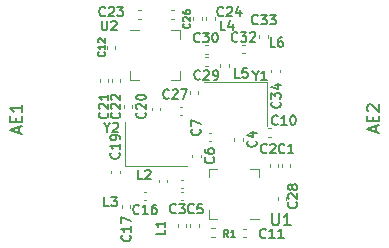
<source format=gbr>
%TF.GenerationSoftware,KiCad,Pcbnew,6.0.7-f9a2dced07~116~ubuntu20.04.1*%
%TF.CreationDate,2022-09-18T16:57:55+02:00*%
%TF.ProjectId,SRRReceiver,53525252-6563-4656-9976-65722e6b6963,rev?*%
%TF.SameCoordinates,Original*%
%TF.FileFunction,Legend,Top*%
%TF.FilePolarity,Positive*%
%FSLAX46Y46*%
G04 Gerber Fmt 4.6, Leading zero omitted, Abs format (unit mm)*
G04 Created by KiCad (PCBNEW 6.0.7-f9a2dced07~116~ubuntu20.04.1) date 2022-09-18 16:57:55*
%MOMM*%
%LPD*%
G01*
G04 APERTURE LIST*
%ADD10C,0.150000*%
%ADD11C,0.120000*%
G04 APERTURE END LIST*
D10*
%TO.C,C5*%
X124166666Y-97185714D02*
X124128571Y-97223809D01*
X124014285Y-97261904D01*
X123938095Y-97261904D01*
X123823809Y-97223809D01*
X123747619Y-97147619D01*
X123709523Y-97071428D01*
X123671428Y-96919047D01*
X123671428Y-96804761D01*
X123709523Y-96652380D01*
X123747619Y-96576190D01*
X123823809Y-96500000D01*
X123938095Y-96461904D01*
X124014285Y-96461904D01*
X124128571Y-96500000D01*
X124166666Y-96538095D01*
X124890476Y-96461904D02*
X124509523Y-96461904D01*
X124471428Y-96842857D01*
X124509523Y-96804761D01*
X124585714Y-96766666D01*
X124776190Y-96766666D01*
X124852380Y-96804761D01*
X124890476Y-96842857D01*
X124928571Y-96919047D01*
X124928571Y-97109523D01*
X124890476Y-97185714D01*
X124852380Y-97223809D01*
X124776190Y-97261904D01*
X124585714Y-97261904D01*
X124509523Y-97223809D01*
X124471428Y-97185714D01*
%TO.C,C6*%
X125845714Y-92521487D02*
X125883809Y-92559582D01*
X125921904Y-92673868D01*
X125921904Y-92750058D01*
X125883809Y-92864344D01*
X125807619Y-92940534D01*
X125731428Y-92978630D01*
X125579047Y-93016725D01*
X125464761Y-93016725D01*
X125312380Y-92978630D01*
X125236190Y-92940534D01*
X125160000Y-92864344D01*
X125121904Y-92750058D01*
X125121904Y-92673868D01*
X125160000Y-92559582D01*
X125198095Y-92521487D01*
X125121904Y-91835773D02*
X125121904Y-91988154D01*
X125160000Y-92064344D01*
X125198095Y-92102439D01*
X125312380Y-92178630D01*
X125464761Y-92216725D01*
X125769523Y-92216725D01*
X125845714Y-92178630D01*
X125883809Y-92140534D01*
X125921904Y-92064344D01*
X125921904Y-91911963D01*
X125883809Y-91835773D01*
X125845714Y-91797677D01*
X125769523Y-91759582D01*
X125579047Y-91759582D01*
X125502857Y-91797677D01*
X125464761Y-91835773D01*
X125426666Y-91911963D01*
X125426666Y-92064344D01*
X125464761Y-92140534D01*
X125502857Y-92178630D01*
X125579047Y-92216725D01*
%TO.C,C7*%
X124685714Y-90133333D02*
X124723809Y-90171428D01*
X124761904Y-90285714D01*
X124761904Y-90361904D01*
X124723809Y-90476190D01*
X124647619Y-90552380D01*
X124571428Y-90590476D01*
X124419047Y-90628571D01*
X124304761Y-90628571D01*
X124152380Y-90590476D01*
X124076190Y-90552380D01*
X124000000Y-90476190D01*
X123961904Y-90361904D01*
X123961904Y-90285714D01*
X124000000Y-90171428D01*
X124038095Y-90133333D01*
X123961904Y-89866666D02*
X123961904Y-89333333D01*
X124761904Y-89676190D01*
%TO.C,C32*%
X127885714Y-82635714D02*
X127847619Y-82673809D01*
X127733333Y-82711904D01*
X127657142Y-82711904D01*
X127542857Y-82673809D01*
X127466666Y-82597619D01*
X127428571Y-82521428D01*
X127390476Y-82369047D01*
X127390476Y-82254761D01*
X127428571Y-82102380D01*
X127466666Y-82026190D01*
X127542857Y-81950000D01*
X127657142Y-81911904D01*
X127733333Y-81911904D01*
X127847619Y-81950000D01*
X127885714Y-81988095D01*
X128152380Y-81911904D02*
X128647619Y-81911904D01*
X128380952Y-82216666D01*
X128495238Y-82216666D01*
X128571428Y-82254761D01*
X128609523Y-82292857D01*
X128647619Y-82369047D01*
X128647619Y-82559523D01*
X128609523Y-82635714D01*
X128571428Y-82673809D01*
X128495238Y-82711904D01*
X128266666Y-82711904D01*
X128190476Y-82673809D01*
X128152380Y-82635714D01*
X128952380Y-81988095D02*
X128990476Y-81950000D01*
X129066666Y-81911904D01*
X129257142Y-81911904D01*
X129333333Y-81950000D01*
X129371428Y-81988095D01*
X129409523Y-82064285D01*
X129409523Y-82140476D01*
X129371428Y-82254761D01*
X128914285Y-82711904D01*
X129409523Y-82711904D01*
%TO.C,L6*%
X131066666Y-83161904D02*
X130685714Y-83161904D01*
X130685714Y-82361904D01*
X131676190Y-82361904D02*
X131523809Y-82361904D01*
X131447619Y-82400000D01*
X131409523Y-82438095D01*
X131333333Y-82552380D01*
X131295238Y-82704761D01*
X131295238Y-83009523D01*
X131333333Y-83085714D01*
X131371428Y-83123809D01*
X131447619Y-83161904D01*
X131600000Y-83161904D01*
X131676190Y-83123809D01*
X131714285Y-83085714D01*
X131752380Y-83009523D01*
X131752380Y-82819047D01*
X131714285Y-82742857D01*
X131676190Y-82704761D01*
X131600000Y-82666666D01*
X131447619Y-82666666D01*
X131371428Y-82704761D01*
X131333333Y-82742857D01*
X131295238Y-82819047D01*
%TO.C,L5*%
X128066666Y-85761904D02*
X127685714Y-85761904D01*
X127685714Y-84961904D01*
X128714285Y-84961904D02*
X128333333Y-84961904D01*
X128295238Y-85342857D01*
X128333333Y-85304761D01*
X128409523Y-85266666D01*
X128600000Y-85266666D01*
X128676190Y-85304761D01*
X128714285Y-85342857D01*
X128752380Y-85419047D01*
X128752380Y-85609523D01*
X128714285Y-85685714D01*
X128676190Y-85723809D01*
X128600000Y-85761904D01*
X128409523Y-85761904D01*
X128333333Y-85723809D01*
X128295238Y-85685714D01*
%TO.C,AE2*%
X139576666Y-90366666D02*
X139576666Y-89890476D01*
X139862380Y-90461904D02*
X138862380Y-90128571D01*
X139862380Y-89795238D01*
X139338571Y-89461904D02*
X139338571Y-89128571D01*
X139862380Y-88985714D02*
X139862380Y-89461904D01*
X138862380Y-89461904D01*
X138862380Y-88985714D01*
X138957619Y-88604761D02*
X138910000Y-88557142D01*
X138862380Y-88461904D01*
X138862380Y-88223809D01*
X138910000Y-88128571D01*
X138957619Y-88080952D01*
X139052857Y-88033333D01*
X139148095Y-88033333D01*
X139290952Y-88080952D01*
X139862380Y-88652380D01*
X139862380Y-88033333D01*
%TO.C,U2*%
X116390476Y-80961904D02*
X116390476Y-81609523D01*
X116428571Y-81685714D01*
X116466666Y-81723809D01*
X116542857Y-81761904D01*
X116695238Y-81761904D01*
X116771428Y-81723809D01*
X116809523Y-81685714D01*
X116847619Y-81609523D01*
X116847619Y-80961904D01*
X117190476Y-81038095D02*
X117228571Y-81000000D01*
X117304761Y-80961904D01*
X117495238Y-80961904D01*
X117571428Y-81000000D01*
X117609523Y-81038095D01*
X117647619Y-81114285D01*
X117647619Y-81190476D01*
X117609523Y-81304761D01*
X117152380Y-81761904D01*
X117647619Y-81761904D01*
%TO.C,C33*%
X129585714Y-81185714D02*
X129547619Y-81223809D01*
X129433333Y-81261904D01*
X129357142Y-81261904D01*
X129242857Y-81223809D01*
X129166666Y-81147619D01*
X129128571Y-81071428D01*
X129090476Y-80919047D01*
X129090476Y-80804761D01*
X129128571Y-80652380D01*
X129166666Y-80576190D01*
X129242857Y-80500000D01*
X129357142Y-80461904D01*
X129433333Y-80461904D01*
X129547619Y-80500000D01*
X129585714Y-80538095D01*
X129852380Y-80461904D02*
X130347619Y-80461904D01*
X130080952Y-80766666D01*
X130195238Y-80766666D01*
X130271428Y-80804761D01*
X130309523Y-80842857D01*
X130347619Y-80919047D01*
X130347619Y-81109523D01*
X130309523Y-81185714D01*
X130271428Y-81223809D01*
X130195238Y-81261904D01*
X129966666Y-81261904D01*
X129890476Y-81223809D01*
X129852380Y-81185714D01*
X130614285Y-80461904D02*
X131109523Y-80461904D01*
X130842857Y-80766666D01*
X130957142Y-80766666D01*
X131033333Y-80804761D01*
X131071428Y-80842857D01*
X131109523Y-80919047D01*
X131109523Y-81109523D01*
X131071428Y-81185714D01*
X131033333Y-81223809D01*
X130957142Y-81261904D01*
X130728571Y-81261904D01*
X130652380Y-81223809D01*
X130614285Y-81185714D01*
%TO.C,C2*%
X130366666Y-92085714D02*
X130328571Y-92123809D01*
X130214285Y-92161904D01*
X130138095Y-92161904D01*
X130023809Y-92123809D01*
X129947619Y-92047619D01*
X129909523Y-91971428D01*
X129871428Y-91819047D01*
X129871428Y-91704761D01*
X129909523Y-91552380D01*
X129947619Y-91476190D01*
X130023809Y-91400000D01*
X130138095Y-91361904D01*
X130214285Y-91361904D01*
X130328571Y-91400000D01*
X130366666Y-91438095D01*
X130671428Y-91438095D02*
X130709523Y-91400000D01*
X130785714Y-91361904D01*
X130976190Y-91361904D01*
X131052380Y-91400000D01*
X131090476Y-91438095D01*
X131128571Y-91514285D01*
X131128571Y-91590476D01*
X131090476Y-91704761D01*
X130633333Y-92161904D01*
X131128571Y-92161904D01*
%TO.C,C28*%
X132885714Y-96314285D02*
X132923809Y-96352380D01*
X132961904Y-96466666D01*
X132961904Y-96542857D01*
X132923809Y-96657142D01*
X132847619Y-96733333D01*
X132771428Y-96771428D01*
X132619047Y-96809523D01*
X132504761Y-96809523D01*
X132352380Y-96771428D01*
X132276190Y-96733333D01*
X132200000Y-96657142D01*
X132161904Y-96542857D01*
X132161904Y-96466666D01*
X132200000Y-96352380D01*
X132238095Y-96314285D01*
X132238095Y-96009523D02*
X132200000Y-95971428D01*
X132161904Y-95895238D01*
X132161904Y-95704761D01*
X132200000Y-95628571D01*
X132238095Y-95590476D01*
X132314285Y-95552380D01*
X132390476Y-95552380D01*
X132504761Y-95590476D01*
X132961904Y-96047619D01*
X132961904Y-95552380D01*
X132504761Y-95095238D02*
X132466666Y-95171428D01*
X132428571Y-95209523D01*
X132352380Y-95247619D01*
X132314285Y-95247619D01*
X132238095Y-95209523D01*
X132200000Y-95171428D01*
X132161904Y-95095238D01*
X132161904Y-94942857D01*
X132200000Y-94866666D01*
X132238095Y-94828571D01*
X132314285Y-94790476D01*
X132352380Y-94790476D01*
X132428571Y-94828571D01*
X132466666Y-94866666D01*
X132504761Y-94942857D01*
X132504761Y-95095238D01*
X132542857Y-95171428D01*
X132580952Y-95209523D01*
X132657142Y-95247619D01*
X132809523Y-95247619D01*
X132885714Y-95209523D01*
X132923809Y-95171428D01*
X132961904Y-95095238D01*
X132961904Y-94942857D01*
X132923809Y-94866666D01*
X132885714Y-94828571D01*
X132809523Y-94790476D01*
X132657142Y-94790476D01*
X132580952Y-94828571D01*
X132542857Y-94866666D01*
X132504761Y-94942857D01*
%TO.C,U1*%
X130838095Y-97252380D02*
X130838095Y-98061904D01*
X130885714Y-98157142D01*
X130933333Y-98204761D01*
X131028571Y-98252380D01*
X131219047Y-98252380D01*
X131314285Y-98204761D01*
X131361904Y-98157142D01*
X131409523Y-98061904D01*
X131409523Y-97252380D01*
X132409523Y-98252380D02*
X131838095Y-98252380D01*
X132123809Y-98252380D02*
X132123809Y-97252380D01*
X132028571Y-97395238D01*
X131933333Y-97490476D01*
X131838095Y-97538095D01*
%TO.C,L2*%
X119857916Y-94361904D02*
X119476964Y-94361904D01*
X119476964Y-93561904D01*
X120086488Y-93638095D02*
X120124583Y-93600000D01*
X120200773Y-93561904D01*
X120391250Y-93561904D01*
X120467440Y-93600000D01*
X120505535Y-93638095D01*
X120543630Y-93714285D01*
X120543630Y-93790476D01*
X120505535Y-93904761D01*
X120048392Y-94361904D01*
X120543630Y-94361904D01*
%TO.C,C21*%
X116885714Y-88714285D02*
X116923809Y-88752380D01*
X116961904Y-88866666D01*
X116961904Y-88942857D01*
X116923809Y-89057142D01*
X116847619Y-89133333D01*
X116771428Y-89171428D01*
X116619047Y-89209523D01*
X116504761Y-89209523D01*
X116352380Y-89171428D01*
X116276190Y-89133333D01*
X116200000Y-89057142D01*
X116161904Y-88942857D01*
X116161904Y-88866666D01*
X116200000Y-88752380D01*
X116238095Y-88714285D01*
X116238095Y-88409523D02*
X116200000Y-88371428D01*
X116161904Y-88295238D01*
X116161904Y-88104761D01*
X116200000Y-88028571D01*
X116238095Y-87990476D01*
X116314285Y-87952380D01*
X116390476Y-87952380D01*
X116504761Y-87990476D01*
X116961904Y-88447619D01*
X116961904Y-87952380D01*
X116961904Y-87190476D02*
X116961904Y-87647619D01*
X116961904Y-87419047D02*
X116161904Y-87419047D01*
X116276190Y-87495238D01*
X116352380Y-87571428D01*
X116390476Y-87647619D01*
%TO.C,C24*%
X126685714Y-80485714D02*
X126647619Y-80523809D01*
X126533333Y-80561904D01*
X126457142Y-80561904D01*
X126342857Y-80523809D01*
X126266666Y-80447619D01*
X126228571Y-80371428D01*
X126190476Y-80219047D01*
X126190476Y-80104761D01*
X126228571Y-79952380D01*
X126266666Y-79876190D01*
X126342857Y-79800000D01*
X126457142Y-79761904D01*
X126533333Y-79761904D01*
X126647619Y-79800000D01*
X126685714Y-79838095D01*
X126990476Y-79838095D02*
X127028571Y-79800000D01*
X127104761Y-79761904D01*
X127295238Y-79761904D01*
X127371428Y-79800000D01*
X127409523Y-79838095D01*
X127447619Y-79914285D01*
X127447619Y-79990476D01*
X127409523Y-80104761D01*
X126952380Y-80561904D01*
X127447619Y-80561904D01*
X128133333Y-80028571D02*
X128133333Y-80561904D01*
X127942857Y-79723809D02*
X127752380Y-80295238D01*
X128247619Y-80295238D01*
%TO.C,C20*%
X120045714Y-88714285D02*
X120083809Y-88752380D01*
X120121904Y-88866666D01*
X120121904Y-88942857D01*
X120083809Y-89057142D01*
X120007619Y-89133333D01*
X119931428Y-89171428D01*
X119779047Y-89209523D01*
X119664761Y-89209523D01*
X119512380Y-89171428D01*
X119436190Y-89133333D01*
X119360000Y-89057142D01*
X119321904Y-88942857D01*
X119321904Y-88866666D01*
X119360000Y-88752380D01*
X119398095Y-88714285D01*
X119398095Y-88409523D02*
X119360000Y-88371428D01*
X119321904Y-88295238D01*
X119321904Y-88104761D01*
X119360000Y-88028571D01*
X119398095Y-87990476D01*
X119474285Y-87952380D01*
X119550476Y-87952380D01*
X119664761Y-87990476D01*
X120121904Y-88447619D01*
X120121904Y-87952380D01*
X119321904Y-87457142D02*
X119321904Y-87380952D01*
X119360000Y-87304761D01*
X119398095Y-87266666D01*
X119474285Y-87228571D01*
X119626666Y-87190476D01*
X119817142Y-87190476D01*
X119969523Y-87228571D01*
X120045714Y-87266666D01*
X120083809Y-87304761D01*
X120121904Y-87380952D01*
X120121904Y-87457142D01*
X120083809Y-87533333D01*
X120045714Y-87571428D01*
X119969523Y-87609523D01*
X119817142Y-87647619D01*
X119626666Y-87647619D01*
X119474285Y-87609523D01*
X119398095Y-87571428D01*
X119360000Y-87533333D01*
X119321904Y-87457142D01*
%TO.C,C19*%
X117835714Y-92114285D02*
X117873809Y-92152380D01*
X117911904Y-92266666D01*
X117911904Y-92342857D01*
X117873809Y-92457142D01*
X117797619Y-92533333D01*
X117721428Y-92571428D01*
X117569047Y-92609523D01*
X117454761Y-92609523D01*
X117302380Y-92571428D01*
X117226190Y-92533333D01*
X117150000Y-92457142D01*
X117111904Y-92342857D01*
X117111904Y-92266666D01*
X117150000Y-92152380D01*
X117188095Y-92114285D01*
X117911904Y-91352380D02*
X117911904Y-91809523D01*
X117911904Y-91580952D02*
X117111904Y-91580952D01*
X117226190Y-91657142D01*
X117302380Y-91733333D01*
X117340476Y-91809523D01*
X117911904Y-90971428D02*
X117911904Y-90819047D01*
X117873809Y-90742857D01*
X117835714Y-90704761D01*
X117721428Y-90628571D01*
X117569047Y-90590476D01*
X117264285Y-90590476D01*
X117188095Y-90628571D01*
X117150000Y-90666666D01*
X117111904Y-90742857D01*
X117111904Y-90895238D01*
X117150000Y-90971428D01*
X117188095Y-91009523D01*
X117264285Y-91047619D01*
X117454761Y-91047619D01*
X117530952Y-91009523D01*
X117569047Y-90971428D01*
X117607142Y-90895238D01*
X117607142Y-90742857D01*
X117569047Y-90666666D01*
X117530952Y-90628571D01*
X117454761Y-90590476D01*
%TO.C,C1*%
X131866666Y-92085714D02*
X131828571Y-92123809D01*
X131714285Y-92161904D01*
X131638095Y-92161904D01*
X131523809Y-92123809D01*
X131447619Y-92047619D01*
X131409523Y-91971428D01*
X131371428Y-91819047D01*
X131371428Y-91704761D01*
X131409523Y-91552380D01*
X131447619Y-91476190D01*
X131523809Y-91400000D01*
X131638095Y-91361904D01*
X131714285Y-91361904D01*
X131828571Y-91400000D01*
X131866666Y-91438095D01*
X132628571Y-92161904D02*
X132171428Y-92161904D01*
X132400000Y-92161904D02*
X132400000Y-91361904D01*
X132323809Y-91476190D01*
X132247619Y-91552380D01*
X132171428Y-91590476D01*
%TO.C,C12*%
X116614285Y-83585714D02*
X116642857Y-83614285D01*
X116671428Y-83700000D01*
X116671428Y-83757142D01*
X116642857Y-83842857D01*
X116585714Y-83900000D01*
X116528571Y-83928571D01*
X116414285Y-83957142D01*
X116328571Y-83957142D01*
X116214285Y-83928571D01*
X116157142Y-83900000D01*
X116100000Y-83842857D01*
X116071428Y-83757142D01*
X116071428Y-83700000D01*
X116100000Y-83614285D01*
X116128571Y-83585714D01*
X116671428Y-83014285D02*
X116671428Y-83357142D01*
X116671428Y-83185714D02*
X116071428Y-83185714D01*
X116157142Y-83242857D01*
X116214285Y-83300000D01*
X116242857Y-83357142D01*
X116128571Y-82785714D02*
X116100000Y-82757142D01*
X116071428Y-82700000D01*
X116071428Y-82557142D01*
X116100000Y-82500000D01*
X116128571Y-82471428D01*
X116185714Y-82442857D01*
X116242857Y-82442857D01*
X116328571Y-82471428D01*
X116671428Y-82814285D01*
X116671428Y-82442857D01*
%TO.C,C11*%
X130285714Y-99273214D02*
X130247619Y-99311309D01*
X130133333Y-99349404D01*
X130057142Y-99349404D01*
X129942857Y-99311309D01*
X129866666Y-99235119D01*
X129828571Y-99158928D01*
X129790476Y-99006547D01*
X129790476Y-98892261D01*
X129828571Y-98739880D01*
X129866666Y-98663690D01*
X129942857Y-98587500D01*
X130057142Y-98549404D01*
X130133333Y-98549404D01*
X130247619Y-98587500D01*
X130285714Y-98625595D01*
X131047619Y-99349404D02*
X130590476Y-99349404D01*
X130819047Y-99349404D02*
X130819047Y-98549404D01*
X130742857Y-98663690D01*
X130666666Y-98739880D01*
X130590476Y-98777976D01*
X131809523Y-99349404D02*
X131352380Y-99349404D01*
X131580952Y-99349404D02*
X131580952Y-98549404D01*
X131504761Y-98663690D01*
X131428571Y-98739880D01*
X131352380Y-98777976D01*
%TO.C,C27*%
X122085714Y-87485714D02*
X122047619Y-87523809D01*
X121933333Y-87561904D01*
X121857142Y-87561904D01*
X121742857Y-87523809D01*
X121666666Y-87447619D01*
X121628571Y-87371428D01*
X121590476Y-87219047D01*
X121590476Y-87104761D01*
X121628571Y-86952380D01*
X121666666Y-86876190D01*
X121742857Y-86800000D01*
X121857142Y-86761904D01*
X121933333Y-86761904D01*
X122047619Y-86800000D01*
X122085714Y-86838095D01*
X122390476Y-86838095D02*
X122428571Y-86800000D01*
X122504761Y-86761904D01*
X122695238Y-86761904D01*
X122771428Y-86800000D01*
X122809523Y-86838095D01*
X122847619Y-86914285D01*
X122847619Y-86990476D01*
X122809523Y-87104761D01*
X122352380Y-87561904D01*
X122847619Y-87561904D01*
X123114285Y-86761904D02*
X123647619Y-86761904D01*
X123304761Y-87561904D01*
%TO.C,C3*%
X122666666Y-97185714D02*
X122628571Y-97223809D01*
X122514285Y-97261904D01*
X122438095Y-97261904D01*
X122323809Y-97223809D01*
X122247619Y-97147619D01*
X122209523Y-97071428D01*
X122171428Y-96919047D01*
X122171428Y-96804761D01*
X122209523Y-96652380D01*
X122247619Y-96576190D01*
X122323809Y-96500000D01*
X122438095Y-96461904D01*
X122514285Y-96461904D01*
X122628571Y-96500000D01*
X122666666Y-96538095D01*
X122933333Y-96461904D02*
X123428571Y-96461904D01*
X123161904Y-96766666D01*
X123276190Y-96766666D01*
X123352380Y-96804761D01*
X123390476Y-96842857D01*
X123428571Y-96919047D01*
X123428571Y-97109523D01*
X123390476Y-97185714D01*
X123352380Y-97223809D01*
X123276190Y-97261904D01*
X123047619Y-97261904D01*
X122971428Y-97223809D01*
X122933333Y-97185714D01*
%TO.C,C10*%
X131285714Y-89685714D02*
X131247619Y-89723809D01*
X131133333Y-89761904D01*
X131057142Y-89761904D01*
X130942857Y-89723809D01*
X130866666Y-89647619D01*
X130828571Y-89571428D01*
X130790476Y-89419047D01*
X130790476Y-89304761D01*
X130828571Y-89152380D01*
X130866666Y-89076190D01*
X130942857Y-89000000D01*
X131057142Y-88961904D01*
X131133333Y-88961904D01*
X131247619Y-89000000D01*
X131285714Y-89038095D01*
X132047619Y-89761904D02*
X131590476Y-89761904D01*
X131819047Y-89761904D02*
X131819047Y-88961904D01*
X131742857Y-89076190D01*
X131666666Y-89152380D01*
X131590476Y-89190476D01*
X132542857Y-88961904D02*
X132619047Y-88961904D01*
X132695238Y-89000000D01*
X132733333Y-89038095D01*
X132771428Y-89114285D01*
X132809523Y-89266666D01*
X132809523Y-89457142D01*
X132771428Y-89609523D01*
X132733333Y-89685714D01*
X132695238Y-89723809D01*
X132619047Y-89761904D01*
X132542857Y-89761904D01*
X132466666Y-89723809D01*
X132428571Y-89685714D01*
X132390476Y-89609523D01*
X132352380Y-89457142D01*
X132352380Y-89266666D01*
X132390476Y-89114285D01*
X132428571Y-89038095D01*
X132466666Y-89000000D01*
X132542857Y-88961904D01*
%TO.C,C29*%
X124735714Y-85845714D02*
X124697619Y-85883809D01*
X124583333Y-85921904D01*
X124507142Y-85921904D01*
X124392857Y-85883809D01*
X124316666Y-85807619D01*
X124278571Y-85731428D01*
X124240476Y-85579047D01*
X124240476Y-85464761D01*
X124278571Y-85312380D01*
X124316666Y-85236190D01*
X124392857Y-85160000D01*
X124507142Y-85121904D01*
X124583333Y-85121904D01*
X124697619Y-85160000D01*
X124735714Y-85198095D01*
X125040476Y-85198095D02*
X125078571Y-85160000D01*
X125154761Y-85121904D01*
X125345238Y-85121904D01*
X125421428Y-85160000D01*
X125459523Y-85198095D01*
X125497619Y-85274285D01*
X125497619Y-85350476D01*
X125459523Y-85464761D01*
X125002380Y-85921904D01*
X125497619Y-85921904D01*
X125878571Y-85921904D02*
X126030952Y-85921904D01*
X126107142Y-85883809D01*
X126145238Y-85845714D01*
X126221428Y-85731428D01*
X126259523Y-85579047D01*
X126259523Y-85274285D01*
X126221428Y-85198095D01*
X126183333Y-85160000D01*
X126107142Y-85121904D01*
X125954761Y-85121904D01*
X125878571Y-85160000D01*
X125840476Y-85198095D01*
X125802380Y-85274285D01*
X125802380Y-85464761D01*
X125840476Y-85540952D01*
X125878571Y-85579047D01*
X125954761Y-85617142D01*
X126107142Y-85617142D01*
X126183333Y-85579047D01*
X126221428Y-85540952D01*
X126259523Y-85464761D01*
%TO.C,C4*%
X129424464Y-91121487D02*
X129462559Y-91159582D01*
X129500654Y-91273868D01*
X129500654Y-91350058D01*
X129462559Y-91464344D01*
X129386369Y-91540534D01*
X129310178Y-91578630D01*
X129157797Y-91616725D01*
X129043511Y-91616725D01*
X128891130Y-91578630D01*
X128814940Y-91540534D01*
X128738750Y-91464344D01*
X128700654Y-91350058D01*
X128700654Y-91273868D01*
X128738750Y-91159582D01*
X128776845Y-91121487D01*
X128967321Y-90435773D02*
X129500654Y-90435773D01*
X128662559Y-90626249D02*
X129233988Y-90816725D01*
X129233988Y-90321487D01*
%TO.C,C16*%
X119544464Y-97245714D02*
X119506369Y-97283809D01*
X119392083Y-97321904D01*
X119315892Y-97321904D01*
X119201607Y-97283809D01*
X119125416Y-97207619D01*
X119087321Y-97131428D01*
X119049226Y-96979047D01*
X119049226Y-96864761D01*
X119087321Y-96712380D01*
X119125416Y-96636190D01*
X119201607Y-96560000D01*
X119315892Y-96521904D01*
X119392083Y-96521904D01*
X119506369Y-96560000D01*
X119544464Y-96598095D01*
X120306369Y-97321904D02*
X119849226Y-97321904D01*
X120077797Y-97321904D02*
X120077797Y-96521904D01*
X120001607Y-96636190D01*
X119925416Y-96712380D01*
X119849226Y-96750476D01*
X120992083Y-96521904D02*
X120839702Y-96521904D01*
X120763511Y-96560000D01*
X120725416Y-96598095D01*
X120649226Y-96712380D01*
X120611130Y-96864761D01*
X120611130Y-97169523D01*
X120649226Y-97245714D01*
X120687321Y-97283809D01*
X120763511Y-97321904D01*
X120915892Y-97321904D01*
X120992083Y-97283809D01*
X121030178Y-97245714D01*
X121068273Y-97169523D01*
X121068273Y-96979047D01*
X121030178Y-96902857D01*
X120992083Y-96864761D01*
X120915892Y-96826666D01*
X120763511Y-96826666D01*
X120687321Y-96864761D01*
X120649226Y-96902857D01*
X120611130Y-96979047D01*
%TO.C,L4*%
X126866666Y-81761904D02*
X126485714Y-81761904D01*
X126485714Y-80961904D01*
X127476190Y-81228571D02*
X127476190Y-81761904D01*
X127285714Y-80923809D02*
X127095238Y-81495238D01*
X127590476Y-81495238D01*
%TO.C,C30*%
X124685714Y-82685714D02*
X124647619Y-82723809D01*
X124533333Y-82761904D01*
X124457142Y-82761904D01*
X124342857Y-82723809D01*
X124266666Y-82647619D01*
X124228571Y-82571428D01*
X124190476Y-82419047D01*
X124190476Y-82304761D01*
X124228571Y-82152380D01*
X124266666Y-82076190D01*
X124342857Y-82000000D01*
X124457142Y-81961904D01*
X124533333Y-81961904D01*
X124647619Y-82000000D01*
X124685714Y-82038095D01*
X124952380Y-81961904D02*
X125447619Y-81961904D01*
X125180952Y-82266666D01*
X125295238Y-82266666D01*
X125371428Y-82304761D01*
X125409523Y-82342857D01*
X125447619Y-82419047D01*
X125447619Y-82609523D01*
X125409523Y-82685714D01*
X125371428Y-82723809D01*
X125295238Y-82761904D01*
X125066666Y-82761904D01*
X124990476Y-82723809D01*
X124952380Y-82685714D01*
X125942857Y-81961904D02*
X126019047Y-81961904D01*
X126095238Y-82000000D01*
X126133333Y-82038095D01*
X126171428Y-82114285D01*
X126209523Y-82266666D01*
X126209523Y-82457142D01*
X126171428Y-82609523D01*
X126133333Y-82685714D01*
X126095238Y-82723809D01*
X126019047Y-82761904D01*
X125942857Y-82761904D01*
X125866666Y-82723809D01*
X125828571Y-82685714D01*
X125790476Y-82609523D01*
X125752380Y-82457142D01*
X125752380Y-82266666D01*
X125790476Y-82114285D01*
X125828571Y-82038095D01*
X125866666Y-82000000D01*
X125942857Y-81961904D01*
%TO.C,Y1*%
X129419047Y-85580952D02*
X129419047Y-85961904D01*
X129152380Y-85161904D02*
X129419047Y-85580952D01*
X129685714Y-85161904D01*
X130371428Y-85961904D02*
X129914285Y-85961904D01*
X130142857Y-85961904D02*
X130142857Y-85161904D01*
X130066666Y-85276190D01*
X129990476Y-85352380D01*
X129914285Y-85390476D01*
%TO.C,C23*%
X116685714Y-80485714D02*
X116647619Y-80523809D01*
X116533333Y-80561904D01*
X116457142Y-80561904D01*
X116342857Y-80523809D01*
X116266666Y-80447619D01*
X116228571Y-80371428D01*
X116190476Y-80219047D01*
X116190476Y-80104761D01*
X116228571Y-79952380D01*
X116266666Y-79876190D01*
X116342857Y-79800000D01*
X116457142Y-79761904D01*
X116533333Y-79761904D01*
X116647619Y-79800000D01*
X116685714Y-79838095D01*
X116990476Y-79838095D02*
X117028571Y-79800000D01*
X117104761Y-79761904D01*
X117295238Y-79761904D01*
X117371428Y-79800000D01*
X117409523Y-79838095D01*
X117447619Y-79914285D01*
X117447619Y-79990476D01*
X117409523Y-80104761D01*
X116952380Y-80561904D01*
X117447619Y-80561904D01*
X117714285Y-79761904D02*
X118209523Y-79761904D01*
X117942857Y-80066666D01*
X118057142Y-80066666D01*
X118133333Y-80104761D01*
X118171428Y-80142857D01*
X118209523Y-80219047D01*
X118209523Y-80409523D01*
X118171428Y-80485714D01*
X118133333Y-80523809D01*
X118057142Y-80561904D01*
X117828571Y-80561904D01*
X117752380Y-80523809D01*
X117714285Y-80485714D01*
%TO.C,Y2*%
X116819047Y-89980952D02*
X116819047Y-90361904D01*
X116552380Y-89561904D02*
X116819047Y-89980952D01*
X117085714Y-89561904D01*
X117314285Y-89638095D02*
X117352380Y-89600000D01*
X117428571Y-89561904D01*
X117619047Y-89561904D01*
X117695238Y-89600000D01*
X117733333Y-89638095D01*
X117771428Y-89714285D01*
X117771428Y-89790476D01*
X117733333Y-89904761D01*
X117276190Y-90361904D01*
X117771428Y-90361904D01*
%TO.C,C26*%
X123814285Y-81185714D02*
X123842857Y-81214285D01*
X123871428Y-81300000D01*
X123871428Y-81357142D01*
X123842857Y-81442857D01*
X123785714Y-81500000D01*
X123728571Y-81528571D01*
X123614285Y-81557142D01*
X123528571Y-81557142D01*
X123414285Y-81528571D01*
X123357142Y-81500000D01*
X123300000Y-81442857D01*
X123271428Y-81357142D01*
X123271428Y-81300000D01*
X123300000Y-81214285D01*
X123328571Y-81185714D01*
X123328571Y-80957142D02*
X123300000Y-80928571D01*
X123271428Y-80871428D01*
X123271428Y-80728571D01*
X123300000Y-80671428D01*
X123328571Y-80642857D01*
X123385714Y-80614285D01*
X123442857Y-80614285D01*
X123528571Y-80642857D01*
X123871428Y-80985714D01*
X123871428Y-80614285D01*
X123271428Y-80100000D02*
X123271428Y-80214285D01*
X123300000Y-80271428D01*
X123328571Y-80300000D01*
X123414285Y-80357142D01*
X123528571Y-80385714D01*
X123757142Y-80385714D01*
X123814285Y-80357142D01*
X123842857Y-80328571D01*
X123871428Y-80271428D01*
X123871428Y-80157142D01*
X123842857Y-80100000D01*
X123814285Y-80071428D01*
X123757142Y-80042857D01*
X123614285Y-80042857D01*
X123557142Y-80071428D01*
X123528571Y-80100000D01*
X123500000Y-80157142D01*
X123500000Y-80271428D01*
X123528571Y-80328571D01*
X123557142Y-80357142D01*
X123614285Y-80385714D01*
%TO.C,AE1*%
X109356666Y-90416666D02*
X109356666Y-89940476D01*
X109642380Y-90511904D02*
X108642380Y-90178571D01*
X109642380Y-89845238D01*
X109118571Y-89511904D02*
X109118571Y-89178571D01*
X109642380Y-89035714D02*
X109642380Y-89511904D01*
X108642380Y-89511904D01*
X108642380Y-89035714D01*
X109642380Y-88083333D02*
X109642380Y-88654761D01*
X109642380Y-88369047D02*
X108642380Y-88369047D01*
X108785238Y-88464285D01*
X108880476Y-88559523D01*
X108928095Y-88654761D01*
%TO.C,L1*%
X121761904Y-98633333D02*
X121761904Y-99014285D01*
X120961904Y-99014285D01*
X121761904Y-97947619D02*
X121761904Y-98404761D01*
X121761904Y-98176190D02*
X120961904Y-98176190D01*
X121076190Y-98252380D01*
X121152380Y-98328571D01*
X121190476Y-98404761D01*
%TO.C,C17*%
X118785714Y-99114285D02*
X118823809Y-99152380D01*
X118861904Y-99266666D01*
X118861904Y-99342857D01*
X118823809Y-99457142D01*
X118747619Y-99533333D01*
X118671428Y-99571428D01*
X118519047Y-99609523D01*
X118404761Y-99609523D01*
X118252380Y-99571428D01*
X118176190Y-99533333D01*
X118100000Y-99457142D01*
X118061904Y-99342857D01*
X118061904Y-99266666D01*
X118100000Y-99152380D01*
X118138095Y-99114285D01*
X118861904Y-98352380D02*
X118861904Y-98809523D01*
X118861904Y-98580952D02*
X118061904Y-98580952D01*
X118176190Y-98657142D01*
X118252380Y-98733333D01*
X118290476Y-98809523D01*
X118061904Y-98085714D02*
X118061904Y-97552380D01*
X118861904Y-97895238D01*
%TO.C,L3*%
X117007916Y-96661904D02*
X116626964Y-96661904D01*
X116626964Y-95861904D01*
X117198392Y-95861904D02*
X117693630Y-95861904D01*
X117426964Y-96166666D01*
X117541250Y-96166666D01*
X117617440Y-96204761D01*
X117655535Y-96242857D01*
X117693630Y-96319047D01*
X117693630Y-96509523D01*
X117655535Y-96585714D01*
X117617440Y-96623809D01*
X117541250Y-96661904D01*
X117312678Y-96661904D01*
X117236488Y-96623809D01*
X117198392Y-96585714D01*
%TO.C,C34*%
X131485714Y-87814285D02*
X131523809Y-87852380D01*
X131561904Y-87966666D01*
X131561904Y-88042857D01*
X131523809Y-88157142D01*
X131447619Y-88233333D01*
X131371428Y-88271428D01*
X131219047Y-88309523D01*
X131104761Y-88309523D01*
X130952380Y-88271428D01*
X130876190Y-88233333D01*
X130800000Y-88157142D01*
X130761904Y-88042857D01*
X130761904Y-87966666D01*
X130800000Y-87852380D01*
X130838095Y-87814285D01*
X130761904Y-87547619D02*
X130761904Y-87052380D01*
X131066666Y-87319047D01*
X131066666Y-87204761D01*
X131104761Y-87128571D01*
X131142857Y-87090476D01*
X131219047Y-87052380D01*
X131409523Y-87052380D01*
X131485714Y-87090476D01*
X131523809Y-87128571D01*
X131561904Y-87204761D01*
X131561904Y-87433333D01*
X131523809Y-87509523D01*
X131485714Y-87547619D01*
X131028571Y-86366666D02*
X131561904Y-86366666D01*
X130723809Y-86557142D02*
X131295238Y-86747619D01*
X131295238Y-86252380D01*
%TO.C,C22*%
X117885714Y-88714285D02*
X117923809Y-88752380D01*
X117961904Y-88866666D01*
X117961904Y-88942857D01*
X117923809Y-89057142D01*
X117847619Y-89133333D01*
X117771428Y-89171428D01*
X117619047Y-89209523D01*
X117504761Y-89209523D01*
X117352380Y-89171428D01*
X117276190Y-89133333D01*
X117200000Y-89057142D01*
X117161904Y-88942857D01*
X117161904Y-88866666D01*
X117200000Y-88752380D01*
X117238095Y-88714285D01*
X117238095Y-88409523D02*
X117200000Y-88371428D01*
X117161904Y-88295238D01*
X117161904Y-88104761D01*
X117200000Y-88028571D01*
X117238095Y-87990476D01*
X117314285Y-87952380D01*
X117390476Y-87952380D01*
X117504761Y-87990476D01*
X117961904Y-88447619D01*
X117961904Y-87952380D01*
X117238095Y-87647619D02*
X117200000Y-87609523D01*
X117161904Y-87533333D01*
X117161904Y-87342857D01*
X117200000Y-87266666D01*
X117238095Y-87228571D01*
X117314285Y-87190476D01*
X117390476Y-87190476D01*
X117504761Y-87228571D01*
X117961904Y-87685714D01*
X117961904Y-87190476D01*
%TO.C,R1*%
X127100000Y-99271428D02*
X126900000Y-98985714D01*
X126757142Y-99271428D02*
X126757142Y-98671428D01*
X126985714Y-98671428D01*
X127042857Y-98700000D01*
X127071428Y-98728571D01*
X127100000Y-98785714D01*
X127100000Y-98871428D01*
X127071428Y-98928571D01*
X127042857Y-98957142D01*
X126985714Y-98985714D01*
X126757142Y-98985714D01*
X127671428Y-99271428D02*
X127328571Y-99271428D01*
X127500000Y-99271428D02*
X127500000Y-98671428D01*
X127442857Y-98757142D01*
X127385714Y-98814285D01*
X127328571Y-98842857D01*
D11*
%TO.C,C5*%
X124597500Y-98407836D02*
X124597500Y-98192164D01*
X123877500Y-98407836D02*
X123877500Y-98192164D01*
%TO.C,C6*%
X124040000Y-92280318D02*
X124040000Y-92495990D01*
X124760000Y-92280318D02*
X124760000Y-92495990D01*
%TO.C,C7*%
X125470914Y-91148154D02*
X125686586Y-91148154D01*
X125470914Y-90428154D02*
X125686586Y-90428154D01*
%TO.C,C32*%
X128292164Y-82990000D02*
X128507836Y-82990000D01*
X128292164Y-83710000D02*
X128507836Y-83710000D01*
%TO.C,C31*%
X127160000Y-84857836D02*
X127160000Y-84642164D01*
X126440000Y-84857836D02*
X126440000Y-84642164D01*
%TO.C,C18*%
X123207836Y-88960000D02*
X122992164Y-88960000D01*
X123207836Y-88240000D02*
X122992164Y-88240000D01*
%TO.C,C15*%
X121960000Y-94392164D02*
X121960000Y-94607836D01*
X121240000Y-94392164D02*
X121240000Y-94607836D01*
%TO.C,U2*%
X119515000Y-85960000D02*
X118790000Y-85960000D01*
X118790000Y-85960000D02*
X118790000Y-85235000D01*
X119515000Y-81740000D02*
X118790000Y-81740000D01*
X122285000Y-85960000D02*
X123010000Y-85960000D01*
X123010000Y-85960000D02*
X123010000Y-85235000D01*
X123010000Y-81740000D02*
X123010000Y-82465000D01*
X122285000Y-81740000D02*
X123010000Y-81740000D01*
%TO.C,C33*%
X129740000Y-82192164D02*
X129740000Y-82407836D01*
X130460000Y-82192164D02*
X130460000Y-82407836D01*
%TO.C,C2*%
X131338750Y-93080318D02*
X131338750Y-93295990D01*
X130618750Y-93080318D02*
X130618750Y-93295990D01*
%TO.C,C28*%
X131298750Y-96095990D02*
X131298750Y-95880318D01*
X132018750Y-96095990D02*
X132018750Y-95880318D01*
%TO.C,C14*%
X123092164Y-96148154D02*
X123307836Y-96148154D01*
X123092164Y-95428154D02*
X123307836Y-95428154D01*
%TO.C,U1*%
X126186250Y-97698154D02*
X125461250Y-97698154D01*
X126186250Y-93478154D02*
X125461250Y-93478154D01*
X128956250Y-93478154D02*
X129681250Y-93478154D01*
X128956250Y-97698154D02*
X129681250Y-97698154D01*
X129681250Y-93478154D02*
X129681250Y-94203154D01*
X125461250Y-93478154D02*
X125461250Y-94203154D01*
X125461250Y-97698154D02*
X125461250Y-96973154D01*
%TO.C,C21*%
X116240000Y-86107836D02*
X116240000Y-85892164D01*
X116960000Y-86107836D02*
X116960000Y-85892164D01*
%TO.C,C24*%
X125240000Y-80642164D02*
X125240000Y-80857836D01*
X125960000Y-80642164D02*
X125960000Y-80857836D01*
%TO.C,C25*%
X120640000Y-88507836D02*
X120640000Y-88292164D01*
X121360000Y-88507836D02*
X121360000Y-88292164D01*
%TO.C,C20*%
X118240000Y-88092164D02*
X118240000Y-88307836D01*
X118960000Y-88092164D02*
X118960000Y-88307836D01*
%TO.C,C19*%
X117910000Y-93642164D02*
X117910000Y-93857836D01*
X117190000Y-93642164D02*
X117190000Y-93857836D01*
%TO.C,C1*%
X131618750Y-93080318D02*
X131618750Y-93295990D01*
X132338750Y-93080318D02*
X132338750Y-93295990D01*
%TO.C,C12*%
X117560000Y-83092164D02*
X117560000Y-83307836D01*
X116840000Y-83092164D02*
X116840000Y-83307836D01*
%TO.C,C11*%
X128607836Y-99260000D02*
X128392164Y-99260000D01*
X128607836Y-98540000D02*
X128392164Y-98540000D01*
%TO.C,C27*%
X124560000Y-87107836D02*
X124560000Y-86892164D01*
X123840000Y-87107836D02*
X123840000Y-86892164D01*
%TO.C,C3*%
X122840000Y-98407836D02*
X122840000Y-98192164D01*
X123560000Y-98407836D02*
X123560000Y-98192164D01*
%TO.C,C10*%
X130707836Y-90760000D02*
X130492164Y-90760000D01*
X130707836Y-90040000D02*
X130492164Y-90040000D01*
%TO.C,C29*%
X125357836Y-84040000D02*
X125142164Y-84040000D01*
X125357836Y-84760000D02*
X125142164Y-84760000D01*
%TO.C,C4*%
X127618750Y-90880318D02*
X127618750Y-91095990D01*
X128338750Y-90880318D02*
X128338750Y-91095990D01*
%TO.C,C16*%
X120166586Y-95440000D02*
X119950914Y-95440000D01*
X120166586Y-96160000D02*
X119950914Y-96160000D01*
%TO.C,C30*%
X125357836Y-83760000D02*
X125142164Y-83760000D01*
X125357836Y-83040000D02*
X125142164Y-83040000D01*
%TO.C,C13*%
X123092164Y-94428154D02*
X123307836Y-94428154D01*
X123092164Y-95148154D02*
X123307836Y-95148154D01*
%TO.C,Y1*%
X130366250Y-86138154D02*
X125066250Y-86138154D01*
X130366250Y-89838154D02*
X130366250Y-86138154D01*
%TO.C,C23*%
X119492164Y-80760000D02*
X119707836Y-80760000D01*
X119492164Y-80040000D02*
X119707836Y-80040000D01*
%TO.C,R2*%
X122246359Y-80780000D02*
X122553641Y-80780000D01*
X122246359Y-80020000D02*
X122553641Y-80020000D01*
%TO.C,Y2*%
X118350000Y-93250000D02*
X123650000Y-93250000D01*
X118350000Y-89550000D02*
X118350000Y-93250000D01*
%TO.C,C26*%
X124140000Y-80642164D02*
X124140000Y-80857836D01*
X124860000Y-80642164D02*
X124860000Y-80857836D01*
%TO.C,C17*%
X118098750Y-96757836D02*
X118098750Y-96542164D01*
X118818750Y-96757836D02*
X118818750Y-96542164D01*
%TO.C,C34*%
X131460000Y-85307836D02*
X131460000Y-85092164D01*
X130740000Y-85307836D02*
X130740000Y-85092164D01*
%TO.C,C22*%
X117960000Y-86107836D02*
X117960000Y-85892164D01*
X117240000Y-86107836D02*
X117240000Y-85892164D01*
%TO.C,R1*%
X125953641Y-99280000D02*
X125646359Y-99280000D01*
X125953641Y-98520000D02*
X125646359Y-98520000D01*
%TD*%
M02*

</source>
